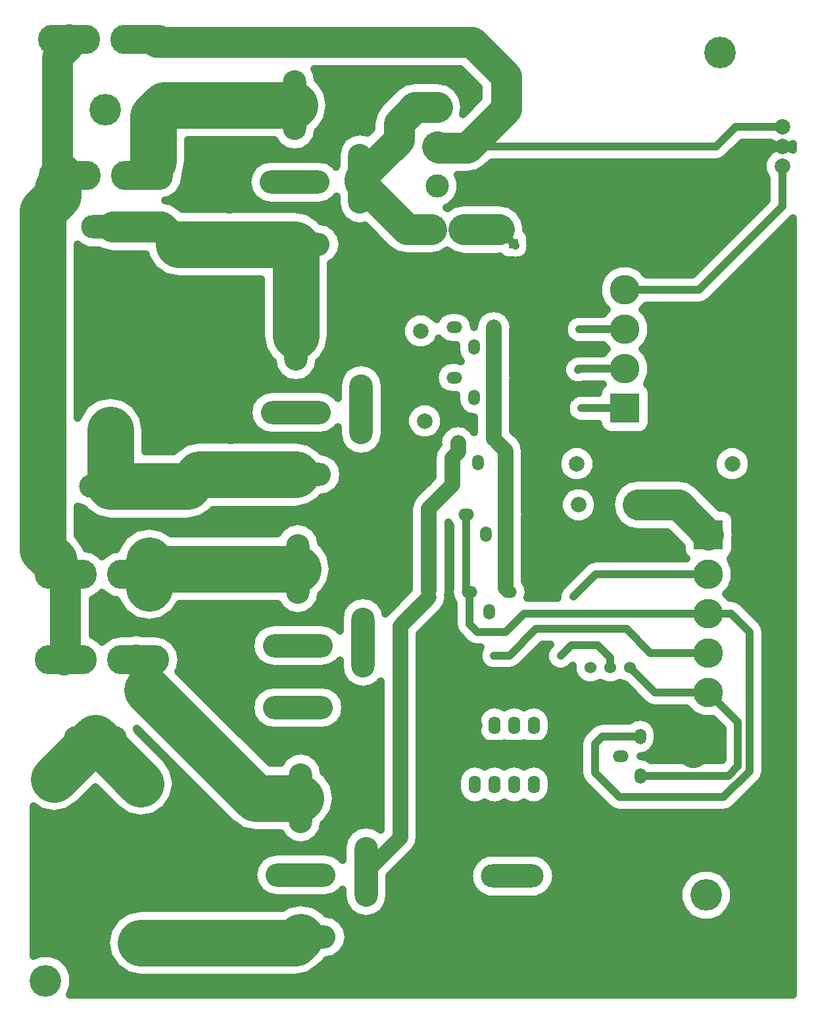
<source format=gbr>
G04 #@! TF.FileFunction,Copper,L2,Bot,Signal*
%FSLAX46Y46*%
G04 Gerber Fmt 4.6, Leading zero omitted, Abs format (unit mm)*
G04 Created by KiCad (PCBNEW 4.0.6) date Wednesday, 01 September 2021 'PMt' 15:27:45*
%MOMM*%
%LPD*%
G01*
G04 APERTURE LIST*
%ADD10C,0.100000*%
%ADD11O,8.000000X3.800000*%
%ADD12C,4.064000*%
%ADD13C,1.300000*%
%ADD14R,1.300000X1.300000*%
%ADD15C,1.998980*%
%ADD16O,1.501140X1.998980*%
%ADD17O,1.998980X1.501140*%
%ADD18O,1.600000X2.300000*%
%ADD19O,8.000000X3.000000*%
%ADD20C,3.000000*%
%ADD21C,3.540760*%
%ADD22R,3.540760X3.540760*%
%ADD23O,3.000000X9.000000*%
%ADD24O,9.000000X3.000000*%
%ADD25C,3.810000*%
%ADD26R,3.810000X3.810000*%
%ADD27C,2.000000*%
%ADD28C,1.524000*%
%ADD29C,1.000000*%
%ADD30C,1.000000*%
%ADD31C,2.000000*%
%ADD32C,4.000000*%
%ADD33C,6.000000*%
G04 APERTURE END LIST*
D10*
D11*
X15025000Y44550000D03*
X5725000Y44550000D03*
X15050000Y55550000D03*
X5750000Y55550000D03*
X15475000Y124475000D03*
X6175000Y124475000D03*
X15550000Y107000000D03*
X6250000Y107000000D03*
D12*
X89950000Y122825000D03*
X88175000Y14250000D03*
X3125000Y3200000D03*
D13*
X63350000Y94700000D03*
D14*
X63350000Y98200000D03*
D15*
X71750000Y64525000D03*
X79370000Y64525000D03*
D16*
X59785000Y60760000D03*
D17*
X62325000Y63300000D03*
X57245000Y63300000D03*
D16*
X58260000Y84860000D03*
D17*
X60800000Y87400000D03*
X55720000Y87400000D03*
D16*
X58760000Y70010000D03*
D17*
X61300000Y72550000D03*
X56220000Y72550000D03*
D16*
X58260000Y78385000D03*
D17*
X60800000Y80925000D03*
X55720000Y80925000D03*
X77135000Y32165000D03*
D16*
X79675000Y29625000D03*
X79675000Y34705000D03*
X60235000Y50785000D03*
D17*
X62775000Y53325000D03*
X57695000Y53325000D03*
D15*
X71525000Y69825000D03*
X91525000Y69825000D03*
D18*
X66000000Y36125000D03*
X63460000Y36125000D03*
X60920000Y36125000D03*
X58380000Y36125000D03*
X58380000Y28505000D03*
X60920000Y28505000D03*
X63460000Y28505000D03*
X66000000Y28505000D03*
D15*
X56925000Y92400000D03*
X56925000Y100020000D03*
X51925000Y67725000D03*
X51925000Y75345000D03*
X52450000Y45875000D03*
X52450000Y53495000D03*
X51400000Y79300000D03*
X51400000Y86920000D03*
X52750000Y92450000D03*
X52750000Y100070000D03*
D19*
X11750000Y100350000D03*
D20*
X9210000Y100350000D03*
X14290000Y100350000D03*
D21*
X11702540Y74480000D03*
D22*
X11702540Y94800000D03*
D21*
X15397460Y28420000D03*
D22*
X15397460Y8100000D03*
D21*
X4197460Y28720000D03*
D22*
X4197460Y8400000D03*
D23*
X43600000Y106525000D03*
X26800000Y106525000D03*
X35200000Y116025000D03*
D24*
X35200000Y106125000D03*
X35200000Y98125000D03*
D23*
X43750000Y76825000D03*
X26950000Y76825000D03*
X35350000Y86325000D03*
D24*
X35350000Y76425000D03*
X35350000Y68425000D03*
D23*
X44375000Y17250000D03*
X27575000Y17250000D03*
X35975000Y26750000D03*
D24*
X35975000Y16850000D03*
X35975000Y8850000D03*
D23*
X44000000Y46800000D03*
X27200000Y46800000D03*
X35600000Y56300000D03*
D24*
X35600000Y46400000D03*
X35600000Y38400000D03*
D25*
X77700000Y82070000D03*
X77700000Y87150000D03*
D26*
X77700000Y76990000D03*
D25*
X77700000Y92230000D03*
X77700000Y97310000D03*
X88450000Y55595000D03*
X88450000Y50515000D03*
D26*
X88450000Y60675000D03*
D25*
X88450000Y45435000D03*
X88450000Y40355000D03*
X88450000Y35275000D03*
D19*
X11450000Y66900000D03*
D20*
X13990000Y66900000D03*
X8910000Y66900000D03*
D19*
X9500000Y34500000D03*
D20*
X12040000Y34500000D03*
X6960000Y34500000D03*
D27*
X97985000Y110675000D03*
X97985000Y113215000D03*
X97985000Y108135000D03*
D20*
X53535000Y110675000D03*
X53535000Y115755000D03*
X53535000Y105595000D03*
D28*
X75835000Y43525000D03*
X73295000Y43525000D03*
X78375000Y43525000D03*
D12*
X10825000Y115475000D03*
D19*
X63225000Y16700000D03*
D20*
X60685000Y16700000D03*
X65765000Y16700000D03*
D29*
X86500000Y32625002D03*
X71450000Y39700000D03*
X60850000Y45125000D03*
X72125000Y76975000D03*
X71675000Y81950000D03*
X71075000Y52675000D03*
X15400000Y124375000D03*
X71850000Y87150000D03*
X69450000Y45050000D03*
D30*
X97985000Y110675000D02*
X95125000Y110675000D01*
X81760000Y97310000D02*
X77700000Y97310000D01*
X95125000Y110675000D02*
X81760000Y97310000D01*
D31*
X52450000Y45875000D02*
X52450000Y42055000D01*
X52450000Y42055000D02*
X58380000Y36125000D01*
D32*
X88450000Y35275000D02*
X88450000Y34575002D01*
X88450000Y34575002D02*
X86500000Y32625002D01*
D30*
X51400000Y79300000D02*
X51050000Y79300000D01*
X51050000Y79300000D02*
X48100000Y76350000D01*
X48100000Y71550000D02*
X51925000Y67725000D01*
X48100000Y76350000D02*
X48100000Y71550000D01*
X26950000Y106375000D02*
X26800000Y106525000D01*
X27200000Y17625000D02*
X27575000Y17250000D01*
X51400000Y79300000D02*
X50400000Y79300000D01*
X52750000Y92450000D02*
X50675000Y92450000D01*
X50125000Y79300000D02*
X51400000Y79300000D01*
X48800000Y80625000D02*
X48812500Y80612500D01*
X48812500Y80612500D02*
X50125000Y79300000D01*
X48800000Y90575000D02*
X48800000Y80625000D01*
X50675000Y92450000D02*
X48800000Y90575000D01*
X63350000Y94700000D02*
X71575000Y94700000D01*
X74185000Y97310000D02*
X77700000Y97310000D01*
X71575000Y94700000D02*
X74185000Y97310000D01*
X56925000Y92400000D02*
X61050000Y92400000D01*
X61050000Y92400000D02*
X63350000Y94700000D01*
X52750000Y92450000D02*
X56875000Y92450000D01*
X56875000Y92450000D02*
X56925000Y92400000D01*
X88450000Y35275000D02*
X87279998Y35275000D01*
X87279998Y35275000D02*
X84704998Y37850000D01*
X84704998Y37850000D02*
X73300000Y37850000D01*
X73300000Y37850000D02*
X71450000Y39700000D01*
X58380000Y34395000D02*
X58380000Y36125000D01*
X59025000Y33750000D02*
X58380000Y34395000D01*
X69200000Y33750000D02*
X59025000Y33750000D01*
X71700000Y36250000D02*
X69200000Y33750000D01*
X71700000Y39450000D02*
X71700000Y36250000D01*
X71450000Y39700000D02*
X71700000Y39450000D01*
X88450000Y45435000D02*
X80990000Y45435000D01*
X62850000Y45125000D02*
X60850000Y45125000D01*
X66250000Y48525000D02*
X62850000Y45125000D01*
X77900000Y48525000D02*
X66250000Y48525000D01*
X80990000Y45435000D02*
X77900000Y48525000D01*
D32*
X43600000Y106525000D02*
X43600000Y106100000D01*
X43600000Y106100000D02*
X49630000Y100070000D01*
X49630000Y100070000D02*
X52750000Y100070000D01*
X53535000Y115755000D02*
X50680000Y115755000D01*
X48625000Y111550000D02*
X43600000Y106525000D01*
X48625000Y113700000D02*
X48625000Y111550000D01*
X50680000Y115755000D02*
X48625000Y113700000D01*
D30*
X79675000Y29625000D02*
X91050000Y29625000D01*
X92275000Y36530000D02*
X88450000Y40355000D01*
X92275000Y30850000D02*
X92275000Y36530000D01*
X91050000Y29625000D02*
X92275000Y30850000D01*
D31*
X62325000Y63300000D02*
X62325000Y71525000D01*
X62325000Y71525000D02*
X61300000Y72550000D01*
X60800000Y80925000D02*
X60800000Y73050000D01*
D30*
X60800000Y73050000D02*
X61300000Y72550000D01*
D31*
X60800000Y87400000D02*
X60800000Y80925000D01*
D32*
X56925000Y100020000D02*
X61530000Y100020000D01*
D30*
X61530000Y100020000D02*
X63600000Y97950000D01*
X63600000Y97950000D02*
X63350000Y98200000D01*
X56875000Y100070000D02*
X56925000Y100020000D01*
X88450000Y40355000D02*
X81545000Y40355000D01*
X81545000Y40355000D02*
X78375000Y43525000D01*
D31*
X62325000Y63300000D02*
X62325000Y53775000D01*
D30*
X62325000Y53775000D02*
X62775000Y53325000D01*
D32*
X79370000Y64525000D02*
X84600000Y64525000D01*
X84600000Y64525000D02*
X88450000Y60675000D01*
D31*
X56220000Y72550000D02*
X56220000Y71295000D01*
X52450000Y64050000D02*
X52450000Y53495000D01*
X55475000Y67075000D02*
X52450000Y64050000D01*
X55475000Y70550000D02*
X55475000Y67075000D01*
X56220000Y71295000D02*
X55475000Y70550000D01*
D30*
X52450000Y53495000D02*
X52450000Y52600000D01*
D31*
X52450000Y52600000D02*
X48775000Y48925000D01*
X48775000Y21650000D02*
X44375000Y17250000D01*
X48775000Y48925000D02*
X48775000Y21650000D01*
D30*
X72125000Y76975000D02*
X72140000Y76990000D01*
X72140000Y76990000D02*
X77700000Y76990000D01*
X77700000Y92230000D02*
X87255000Y92230000D01*
X97985000Y102960000D02*
X97985000Y108135000D01*
X87255000Y92230000D02*
X97985000Y102960000D01*
X71795000Y82070000D02*
X77700000Y82070000D01*
X71675000Y81950000D02*
X71795000Y82070000D01*
X90150000Y26875000D02*
X90421324Y26875000D01*
X90421324Y26875000D02*
X93775002Y30228678D01*
X91435000Y50515000D02*
X88450000Y50515000D01*
X93775002Y48174998D02*
X91435000Y50515000D01*
X93775002Y30228678D02*
X93775002Y48174998D01*
X79675000Y34705000D02*
X74805000Y34705000D01*
X77000000Y26875000D02*
X90150000Y26875000D01*
X73875000Y30000000D02*
X77000000Y26875000D01*
X73875000Y33775000D02*
X73875000Y30000000D01*
X74805000Y34705000D02*
X73875000Y33775000D01*
X88450000Y50515000D02*
X64715000Y50515000D01*
X57695000Y49180000D02*
X57695000Y53325000D01*
X58725000Y48150000D02*
X57695000Y49180000D01*
X62350000Y48150000D02*
X58725000Y48150000D01*
X64715000Y50515000D02*
X62350000Y48150000D01*
X57245000Y63300000D02*
X57245000Y53775000D01*
X57245000Y53775000D02*
X57695000Y53325000D01*
X88450000Y55595000D02*
X73995000Y55595000D01*
X73995000Y55595000D02*
X71075000Y52675000D01*
D33*
X11450000Y66900000D02*
X11450000Y74227460D01*
D30*
X11450000Y74227460D02*
X11702540Y74480000D01*
D33*
X11450000Y66900000D02*
X21400000Y66900000D01*
X22925000Y68425000D02*
X35350000Y68425000D01*
D30*
X21400000Y66900000D02*
X22925000Y68425000D01*
X4197460Y28720000D02*
X4197460Y29197460D01*
D33*
X4197460Y29197460D02*
X9500000Y34500000D01*
D30*
X15397460Y28420000D02*
X15397460Y28602540D01*
D33*
X15397460Y28602540D02*
X9500000Y34500000D01*
X15397460Y8100000D02*
X35225000Y8100000D01*
X35225000Y8100000D02*
X35975000Y8850000D01*
D30*
X53535000Y110675000D02*
X89425000Y110675000D01*
X91965000Y113215000D02*
X97985000Y113215000D01*
X89425000Y110675000D02*
X91965000Y113215000D01*
D32*
X55085000Y110525000D02*
X53685000Y110525000D01*
X53685000Y110525000D02*
X53535000Y110675000D01*
X55085000Y110525000D02*
X57450000Y110525000D01*
X58000000Y124200000D02*
X17400000Y124200000D01*
X62425000Y119775000D02*
X58000000Y124200000D01*
X62425000Y115500000D02*
X62425000Y119775000D01*
X57450000Y110525000D02*
X62425000Y115500000D01*
D30*
X58125000Y110525000D02*
X55085000Y110525000D01*
D32*
X5650000Y55600000D02*
X5650000Y44800000D01*
X5650000Y44800000D02*
X5450000Y44600000D01*
X6175000Y124475000D02*
X6175000Y123825000D01*
X6175000Y123825000D02*
X4575000Y122225000D01*
X4575000Y122225000D02*
X4575000Y108675000D01*
X4575000Y108675000D02*
X6250000Y107000000D01*
D33*
X4700000Y105375000D02*
X4700000Y104350000D01*
X4700000Y104350000D02*
X2750000Y102400000D01*
X2750000Y102400000D02*
X2750000Y58750000D01*
X2750000Y58750000D02*
X4150000Y57350000D01*
D30*
X4700000Y57900000D02*
X4150000Y57350000D01*
D33*
X26600000Y116025000D02*
X18400000Y116025000D01*
X35200000Y116025000D02*
X26600000Y116025000D01*
X17000000Y114625000D02*
X17000000Y108875000D01*
X18400000Y116025000D02*
X17000000Y114625000D01*
X16450000Y53850000D02*
X16450000Y57350000D01*
X35600000Y56300000D02*
X18900000Y56300000D01*
D30*
X18900000Y56300000D02*
X16450000Y53850000D01*
D32*
X16250000Y43100000D02*
X16250000Y40650000D01*
D33*
X30150000Y26750000D02*
X16250000Y40650000D01*
X30150000Y26750000D02*
X35975000Y26750000D01*
D32*
X16250000Y43100000D02*
X14750000Y44600000D01*
X11750000Y100350000D02*
X18025000Y100350000D01*
X18025000Y100350000D02*
X20250000Y98125000D01*
D33*
X35200000Y98125000D02*
X20250000Y98125000D01*
D30*
X20250000Y98125000D02*
X18025000Y100350000D01*
D33*
X35350000Y86325000D02*
X35350000Y97975000D01*
D30*
X35350000Y97975000D02*
X35200000Y98125000D01*
X71850000Y87150000D02*
X77700000Y87150000D01*
X75835000Y44840000D02*
X75835000Y43525000D01*
X74225000Y46450000D02*
X75835000Y44840000D01*
X70850000Y46450000D02*
X74225000Y46450000D01*
X69450000Y45050000D02*
X70850000Y46450000D01*
G36*
X58925000Y118325252D02*
X58925000Y116949747D01*
X56862367Y114887114D01*
X57035000Y115755000D01*
X56768578Y117094392D01*
X56009874Y118229874D01*
X54874392Y118988578D01*
X53535000Y119255000D01*
X50680000Y119255000D01*
X49340608Y118988578D01*
X48205126Y118229874D01*
X46150126Y116174874D01*
X45391422Y115039392D01*
X45125000Y113700000D01*
X45125000Y112999748D01*
X44574049Y112448797D01*
X43600000Y112642547D01*
X42451950Y112414186D01*
X41478680Y111763867D01*
X40828361Y110790597D01*
X40600000Y109642547D01*
X40600000Y108213967D01*
X40530243Y108109567D01*
X40438867Y108246320D01*
X39465597Y108896639D01*
X38317547Y109125000D01*
X32082453Y109125000D01*
X30934403Y108896639D01*
X29961133Y108246320D01*
X29310814Y107273050D01*
X29082453Y106125000D01*
X29310814Y104976950D01*
X29961133Y104003680D01*
X30934403Y103353361D01*
X32082453Y103125000D01*
X38317547Y103125000D01*
X39465597Y103353361D01*
X40438867Y104003680D01*
X40600000Y104244832D01*
X40600000Y103407453D01*
X40828361Y102259403D01*
X41478680Y101286133D01*
X42451950Y100635814D01*
X43600000Y100407453D01*
X44219561Y100530691D01*
X47155126Y97595126D01*
X48290608Y96836422D01*
X49630000Y96569999D01*
X49630005Y96570000D01*
X52750000Y96570000D01*
X54089392Y96836422D01*
X54800085Y97311291D01*
X55585608Y96786422D01*
X56925000Y96520000D01*
X61530000Y96520000D01*
X61574596Y96528871D01*
X61603724Y96483604D01*
X62104983Y96141108D01*
X62700000Y96020614D01*
X63244997Y96020614D01*
X63600000Y95949999D01*
X63955003Y96020614D01*
X64000000Y96020614D01*
X64555867Y96125207D01*
X65066396Y96453724D01*
X65408892Y96954983D01*
X65529386Y97550000D01*
X65529386Y97594997D01*
X65600001Y97950000D01*
X65529386Y98305003D01*
X65529386Y98850000D01*
X65424793Y99405867D01*
X65096276Y99916396D01*
X65019788Y99968658D01*
X65030000Y100020000D01*
X64763578Y101359392D01*
X64004874Y102494874D01*
X62869392Y103253578D01*
X61530000Y103520000D01*
X56925000Y103520000D01*
X55585608Y103253578D01*
X54874915Y102778709D01*
X54760312Y102855284D01*
X55232143Y103050241D01*
X56076793Y103893418D01*
X56534478Y104995645D01*
X56535519Y106189119D01*
X56190140Y107025000D01*
X57450000Y107025000D01*
X58789392Y107291422D01*
X59924874Y108050126D01*
X60549748Y108675000D01*
X89424995Y108675000D01*
X89425000Y108674999D01*
X90190367Y108827241D01*
X90839214Y109260786D01*
X92793427Y111215000D01*
X96449060Y111215000D01*
X96567015Y111096839D01*
X97485538Y110715435D01*
X98480099Y110714567D01*
X99350000Y111074002D01*
X99350000Y110275162D01*
X98484462Y110634565D01*
X97489901Y110635433D01*
X96570714Y110255633D01*
X95866839Y109552985D01*
X95485435Y108634462D01*
X95484567Y107639901D01*
X95864367Y106720714D01*
X95985000Y106599870D01*
X95985000Y103788427D01*
X86426572Y94230000D01*
X80514689Y94230000D01*
X79631296Y95114935D01*
X78380268Y95634408D01*
X77025675Y95635590D01*
X75773742Y95118302D01*
X74815065Y94161296D01*
X74295592Y92910268D01*
X74294410Y91555675D01*
X74811698Y90303742D01*
X75424601Y89689769D01*
X74883889Y89150000D01*
X71850599Y89150000D01*
X71453921Y89150346D01*
X70718571Y88846506D01*
X70155471Y88284388D01*
X69850348Y87549570D01*
X69849654Y86753921D01*
X70153494Y86018571D01*
X70715612Y85455471D01*
X71450430Y85150348D01*
X72246079Y85149654D01*
X72246916Y85150000D01*
X74885311Y85150000D01*
X75424601Y84609769D01*
X74883889Y84070000D01*
X71795005Y84070000D01*
X71795000Y84070001D01*
X71193459Y83950346D01*
X71029633Y83917759D01*
X70753475Y83733236D01*
X70543571Y83646506D01*
X70381420Y83484637D01*
X70380786Y83484214D01*
X70380784Y83484211D01*
X70260875Y83364303D01*
X69980471Y83084388D01*
X69675348Y82349570D01*
X69674654Y81553921D01*
X69978494Y80818571D01*
X70540612Y80255471D01*
X71275430Y79950348D01*
X71674998Y79949999D01*
X71675002Y79949999D01*
X72071079Y79949654D01*
X72362339Y80070000D01*
X74850944Y80070000D01*
X74728604Y79991276D01*
X74386108Y79490017D01*
X74284852Y78990000D01*
X72140000Y78990000D01*
X72064856Y78975053D01*
X71728921Y78975346D01*
X71415709Y78845929D01*
X71374633Y78837759D01*
X71340115Y78814695D01*
X70993571Y78671506D01*
X70725865Y78404267D01*
X70725786Y78404214D01*
X70725784Y78404211D01*
X70710878Y78389306D01*
X70430471Y78109388D01*
X70125348Y77374570D01*
X70124654Y76578921D01*
X70428494Y75843571D01*
X70990612Y75280471D01*
X71725430Y74975348D01*
X72124998Y74974999D01*
X72125002Y74974999D01*
X72521079Y74974654D01*
X72558219Y74990000D01*
X74283489Y74990000D01*
X74370207Y74529133D01*
X74698724Y74018604D01*
X75199983Y73676108D01*
X75795000Y73555614D01*
X79605000Y73555614D01*
X80160867Y73660207D01*
X80671396Y73988724D01*
X81013892Y74489983D01*
X81134386Y75085000D01*
X81134386Y78895000D01*
X81029793Y79450867D01*
X80701276Y79961396D01*
X80526764Y80080635D01*
X80584935Y80138704D01*
X81104408Y81389732D01*
X81105590Y82744325D01*
X80588302Y83996258D01*
X79975399Y84610231D01*
X80584935Y85218704D01*
X81104408Y86469732D01*
X81105590Y87824325D01*
X80588302Y89076258D01*
X79975399Y89690231D01*
X80516111Y90230000D01*
X87254995Y90230000D01*
X87255000Y90229999D01*
X88020367Y90382241D01*
X88669214Y90815786D01*
X99350000Y101496573D01*
X99350000Y1400000D01*
X6201968Y1400000D01*
X6656386Y2494360D01*
X6657612Y3899476D01*
X6121030Y5198104D01*
X5128330Y6192538D01*
X3830640Y6731386D01*
X2425524Y6732612D01*
X1550000Y6370853D01*
X1550000Y8100000D01*
X10897460Y8100000D01*
X11240002Y6377925D01*
X12215479Y4918019D01*
X13675385Y3942542D01*
X15397460Y3600000D01*
X35224995Y3600000D01*
X35225000Y3599999D01*
X36947076Y3942542D01*
X38406981Y4918019D01*
X39156980Y5668019D01*
X39307091Y5892675D01*
X40240597Y6078361D01*
X41213867Y6728680D01*
X41864186Y7701950D01*
X42092547Y8850000D01*
X41864186Y9998050D01*
X41213867Y10971320D01*
X40240597Y11621639D01*
X39307090Y11807325D01*
X39156980Y12031980D01*
X37697076Y13007458D01*
X35975000Y13350001D01*
X34252924Y13007458D01*
X33643120Y12600000D01*
X15397460Y12600000D01*
X13675385Y12257458D01*
X12215479Y11281981D01*
X11240002Y9822075D01*
X10897460Y8100000D01*
X1550000Y8100000D01*
X1550000Y25658324D01*
X2475384Y25040002D01*
X4197460Y24697459D01*
X5919536Y25040002D01*
X7379441Y26015479D01*
X9500000Y28136038D01*
X12215480Y25420559D01*
X13675384Y24445082D01*
X15397460Y24102539D01*
X17119536Y24445082D01*
X18579441Y25420559D01*
X19554918Y26880464D01*
X19897461Y28602540D01*
X19554918Y30324616D01*
X18579441Y31784520D01*
X14919982Y35443980D01*
X14879390Y35648050D01*
X14862076Y35673962D01*
X26968017Y23568022D01*
X26968019Y23568019D01*
X27609814Y23139186D01*
X28427925Y22592542D01*
X30150000Y22249999D01*
X30150005Y22250000D01*
X33359984Y22250000D01*
X33853680Y21511133D01*
X34826950Y20860814D01*
X35975000Y20632453D01*
X37123050Y20860814D01*
X38096320Y21511133D01*
X38746639Y22484403D01*
X38932325Y23417908D01*
X39156981Y23568019D01*
X40132458Y25027925D01*
X40475000Y26750000D01*
X40132458Y28472075D01*
X39156981Y29931981D01*
X38932325Y30082092D01*
X38746639Y31015597D01*
X38096320Y31988867D01*
X37123050Y32639186D01*
X35975000Y32867547D01*
X34826950Y32639186D01*
X33853680Y31988867D01*
X33359984Y31250000D01*
X32013961Y31250000D01*
X24863962Y38400000D01*
X29482453Y38400000D01*
X29710814Y37251950D01*
X30361133Y36278680D01*
X31334403Y35628361D01*
X32482453Y35400000D01*
X38717547Y35400000D01*
X39865597Y35628361D01*
X40838867Y36278680D01*
X41489186Y37251950D01*
X41717547Y38400000D01*
X41489186Y39548050D01*
X40838867Y40521320D01*
X39865597Y41171639D01*
X38717547Y41400000D01*
X32482453Y41400000D01*
X31334403Y41171639D01*
X30361133Y40521320D01*
X29710814Y39548050D01*
X29482453Y38400000D01*
X24863962Y38400000D01*
X20230204Y43033758D01*
X20373941Y43248876D01*
X20632751Y44550000D01*
X20373941Y45851124D01*
X20007194Y46400000D01*
X29482453Y46400000D01*
X29710814Y45251950D01*
X30361133Y44278680D01*
X31334403Y43628361D01*
X32482453Y43400000D01*
X38717547Y43400000D01*
X39865597Y43628361D01*
X40838867Y44278680D01*
X41000000Y44519832D01*
X41000000Y43682453D01*
X41228361Y42534403D01*
X41878680Y41561133D01*
X42851950Y40910814D01*
X44000000Y40682453D01*
X45148050Y40910814D01*
X46121320Y41561133D01*
X46275000Y41791131D01*
X46275000Y22685534D01*
X46245755Y22656289D01*
X45523050Y23139186D01*
X44375000Y23367547D01*
X43226950Y23139186D01*
X42253680Y22488867D01*
X41603361Y21515597D01*
X41375000Y20367547D01*
X41375000Y18730168D01*
X41213867Y18971320D01*
X40240597Y19621639D01*
X39092547Y19850000D01*
X32857453Y19850000D01*
X31709403Y19621639D01*
X30736133Y18971320D01*
X30085814Y17998050D01*
X29857453Y16850000D01*
X30085814Y15701950D01*
X30736133Y14728680D01*
X31709403Y14078361D01*
X32857453Y13850000D01*
X39092547Y13850000D01*
X40240597Y14078361D01*
X41213867Y14728680D01*
X41375000Y14969832D01*
X41375000Y14132453D01*
X41603361Y12984403D01*
X42253680Y12011133D01*
X43226950Y11360814D01*
X44375000Y11132453D01*
X45523050Y11360814D01*
X46496320Y12011133D01*
X47146639Y12984403D01*
X47259247Y13550524D01*
X84642388Y13550524D01*
X85178970Y12251896D01*
X86171670Y11257462D01*
X87469360Y10718614D01*
X88874476Y10717388D01*
X90173104Y11253970D01*
X91167538Y12246670D01*
X91706386Y13544360D01*
X91707612Y14949476D01*
X91171030Y16248104D01*
X90178330Y17242538D01*
X88880640Y17781386D01*
X87475524Y17782612D01*
X86176896Y17246030D01*
X85182462Y16253330D01*
X84643614Y14955640D01*
X84642388Y13550524D01*
X47259247Y13550524D01*
X47375000Y14132453D01*
X47375000Y16700000D01*
X57617249Y16700000D01*
X57684703Y16360883D01*
X57684481Y16105881D01*
X57782718Y15868129D01*
X57845610Y15551950D01*
X58023146Y15286249D01*
X58140241Y15002857D01*
X58358783Y14783933D01*
X58495929Y14578680D01*
X58699389Y14442732D01*
X58983418Y14158207D01*
X59357980Y14002675D01*
X59469199Y13928361D01*
X59599244Y13902493D01*
X60085645Y13700522D01*
X60616955Y13700059D01*
X60617249Y13700000D01*
X60684102Y13700000D01*
X61279119Y13699481D01*
X61280375Y13700000D01*
X65764102Y13700000D01*
X66359119Y13699481D01*
X66850160Y13902375D01*
X66980801Y13928361D01*
X67090585Y14001716D01*
X67462143Y14155241D01*
X67749176Y14441773D01*
X67954071Y14578680D01*
X68089782Y14781785D01*
X68306793Y14998418D01*
X68425419Y15284102D01*
X68604390Y15551950D01*
X68666687Y15865138D01*
X68764478Y16100645D01*
X68764702Y16357896D01*
X68832751Y16700000D01*
X68765297Y17039117D01*
X68765519Y17294119D01*
X68667282Y17531871D01*
X68604390Y17848050D01*
X68426854Y18113751D01*
X68309759Y18397143D01*
X68091217Y18616067D01*
X67954071Y18821320D01*
X67750611Y18957268D01*
X67466582Y19241793D01*
X67092020Y19397325D01*
X66980801Y19471639D01*
X66850756Y19497507D01*
X66364355Y19699478D01*
X65833045Y19699941D01*
X65832751Y19700000D01*
X65765898Y19700000D01*
X65170881Y19700519D01*
X65169625Y19700000D01*
X60685898Y19700000D01*
X60090881Y19700519D01*
X59599840Y19497625D01*
X59469199Y19471639D01*
X59359415Y19398284D01*
X58987857Y19244759D01*
X58700824Y18958227D01*
X58495929Y18821320D01*
X58360218Y18618215D01*
X58143207Y18401582D01*
X58024581Y18115898D01*
X57845610Y17848050D01*
X57783313Y17534862D01*
X57685522Y17299355D01*
X57685298Y17042104D01*
X57617249Y16700000D01*
X47375000Y16700000D01*
X47375000Y16714466D01*
X50542767Y19882233D01*
X51084699Y20693291D01*
X51275000Y21650000D01*
X51275000Y28906917D01*
X56080000Y28906917D01*
X56080000Y28103083D01*
X56255077Y27222911D01*
X56753654Y26476737D01*
X57499828Y25978160D01*
X58380000Y25803083D01*
X59260172Y25978160D01*
X59650000Y26238634D01*
X60039828Y25978160D01*
X60920000Y25803083D01*
X61800172Y25978160D01*
X62190000Y26238634D01*
X62579828Y25978160D01*
X63460000Y25803083D01*
X64340172Y25978160D01*
X64730000Y26238634D01*
X65119828Y25978160D01*
X66000000Y25803083D01*
X66880172Y25978160D01*
X67626346Y26476737D01*
X68124923Y27222911D01*
X68300000Y28103083D01*
X68300000Y28906917D01*
X68124923Y29787089D01*
X67626346Y30533263D01*
X66880172Y31031840D01*
X66000000Y31206917D01*
X65119828Y31031840D01*
X64730000Y30771366D01*
X64340172Y31031840D01*
X63460000Y31206917D01*
X62579828Y31031840D01*
X62190000Y30771366D01*
X61800172Y31031840D01*
X60920000Y31206917D01*
X60039828Y31031840D01*
X59650000Y30771366D01*
X59260172Y31031840D01*
X58380000Y31206917D01*
X57499828Y31031840D01*
X56753654Y30533263D01*
X56255077Y29787089D01*
X56080000Y28906917D01*
X51275000Y28906917D01*
X51275000Y36526917D01*
X58620000Y36526917D01*
X58620000Y35723083D01*
X58795077Y34842911D01*
X59293654Y34096737D01*
X60039828Y33598160D01*
X60920000Y33423083D01*
X61800172Y33598160D01*
X62190000Y33858634D01*
X62579828Y33598160D01*
X63460000Y33423083D01*
X64340172Y33598160D01*
X64730000Y33858634D01*
X65119828Y33598160D01*
X66000000Y33423083D01*
X66880172Y33598160D01*
X67626346Y34096737D01*
X68124923Y34842911D01*
X68300000Y35723083D01*
X68300000Y36526917D01*
X68124923Y37407089D01*
X67626346Y38153263D01*
X66880172Y38651840D01*
X66000000Y38826917D01*
X65119828Y38651840D01*
X64730000Y38391366D01*
X64340172Y38651840D01*
X63460000Y38826917D01*
X62579828Y38651840D01*
X62190000Y38391366D01*
X61800172Y38651840D01*
X60920000Y38826917D01*
X60039828Y38651840D01*
X59293654Y38153263D01*
X58795077Y37407089D01*
X58620000Y36526917D01*
X51275000Y36526917D01*
X51275000Y47889466D01*
X54217767Y50832233D01*
X54759699Y51643292D01*
X54950000Y52600000D01*
X54896485Y52869037D01*
X54949055Y52995639D01*
X54949489Y53492429D01*
X54950000Y53495000D01*
X54950000Y62315807D01*
X55245000Y61874309D01*
X55245000Y53819983D01*
X55146542Y53325000D01*
X55317856Y52463744D01*
X55695000Y51899309D01*
X55695000Y49180005D01*
X55694999Y49180000D01*
X55847241Y48414633D01*
X56280786Y47765786D01*
X57310786Y46735786D01*
X57959633Y46302241D01*
X58725000Y46149999D01*
X58725005Y46150000D01*
X59110049Y46150000D01*
X58850348Y45524570D01*
X58849654Y44728921D01*
X59153494Y43993571D01*
X59715612Y43430471D01*
X60450430Y43125348D01*
X61246079Y43124654D01*
X61246916Y43125000D01*
X62849995Y43125000D01*
X62850000Y43124999D01*
X63615367Y43277241D01*
X64264214Y43710786D01*
X67078427Y46525000D01*
X68096572Y46525000D01*
X68035874Y46464302D01*
X67755471Y46184388D01*
X67450348Y45449570D01*
X67449654Y44653921D01*
X67753494Y43918571D01*
X68315612Y43355471D01*
X69050430Y43050348D01*
X69449998Y43049999D01*
X69450002Y43049999D01*
X69846079Y43049654D01*
X70581429Y43353494D01*
X71033243Y43804520D01*
X71032608Y43077034D01*
X71376252Y42245354D01*
X72012007Y41608488D01*
X72843086Y41263394D01*
X73742966Y41262608D01*
X74565998Y41602679D01*
X75383086Y41263394D01*
X76282966Y41262608D01*
X77105998Y41602679D01*
X77726583Y41344989D01*
X80130786Y38940786D01*
X80779633Y38507241D01*
X81545000Y38354999D01*
X81545005Y38355000D01*
X85635311Y38355000D01*
X86518704Y37470065D01*
X87769732Y36950592D01*
X89027078Y36949495D01*
X90275000Y35701573D01*
X90275000Y31678427D01*
X90221572Y31625000D01*
X81100691Y31625000D01*
X80536256Y32002144D01*
X79717521Y32165000D01*
X80536256Y32327856D01*
X81266393Y32815719D01*
X81754256Y33545856D01*
X81925570Y34407112D01*
X81925570Y35002888D01*
X81754256Y35864144D01*
X81266393Y36594281D01*
X80536256Y37082144D01*
X79675000Y37253458D01*
X78813744Y37082144D01*
X78249309Y36705000D01*
X74805005Y36705000D01*
X74805000Y36705001D01*
X74166616Y36578018D01*
X74039633Y36552759D01*
X73390786Y36119214D01*
X73390784Y36119211D01*
X72460786Y35189214D01*
X72027241Y34540367D01*
X71874999Y33775000D01*
X71875000Y33774995D01*
X71875000Y30000005D01*
X71874999Y30000000D01*
X72027241Y29234633D01*
X72460786Y28585786D01*
X75585784Y25460789D01*
X75585786Y25460786D01*
X76234633Y25027241D01*
X77000000Y24875000D01*
X90421319Y24875000D01*
X90421324Y24874999D01*
X91186691Y25027241D01*
X91835538Y25460786D01*
X95189213Y28814462D01*
X95189216Y28814464D01*
X95622761Y29463311D01*
X95654923Y29625000D01*
X95775003Y30228678D01*
X95775002Y30228683D01*
X95775002Y48174993D01*
X95775003Y48174998D01*
X95622761Y48940364D01*
X95622761Y48940365D01*
X95189216Y49589212D01*
X95189213Y49589214D01*
X92849214Y51929214D01*
X92200367Y52362759D01*
X91435000Y52515001D01*
X91434995Y52515000D01*
X91264689Y52515000D01*
X90725399Y53055231D01*
X91334935Y53663704D01*
X91854408Y54914732D01*
X91855590Y56269325D01*
X91338302Y57521258D01*
X91278130Y57581535D01*
X91421396Y57673724D01*
X91763892Y58174983D01*
X91884386Y58770000D01*
X91884386Y60345137D01*
X91950000Y60675000D01*
X91884386Y61004863D01*
X91884386Y62580000D01*
X91779793Y63135867D01*
X91451276Y63646396D01*
X90950017Y63988892D01*
X90355000Y64109386D01*
X89965362Y64109386D01*
X87074874Y66999874D01*
X85939392Y67758578D01*
X84600000Y68025000D01*
X79370000Y68025000D01*
X78030608Y67758578D01*
X76895126Y66999874D01*
X76136422Y65864392D01*
X75870000Y64525000D01*
X76136422Y63185608D01*
X76895126Y62050126D01*
X78030608Y61291422D01*
X79370000Y61025000D01*
X83150252Y61025000D01*
X85015614Y59159638D01*
X85015614Y58770000D01*
X85120207Y58214133D01*
X85448724Y57703604D01*
X85607671Y57595000D01*
X73995005Y57595000D01*
X73995000Y57595001D01*
X73356616Y57468018D01*
X73229633Y57442759D01*
X72580786Y57009214D01*
X72580784Y57009211D01*
X69660874Y54089302D01*
X69380471Y53809388D01*
X69075348Y53074570D01*
X69074860Y52515000D01*
X65162339Y52515000D01*
X65323458Y53325000D01*
X65152144Y54186256D01*
X64825000Y54675861D01*
X64825000Y63056385D01*
X64873458Y63300000D01*
X64825000Y63543615D01*
X64825000Y64030002D01*
X69250077Y64030002D01*
X69629800Y63111002D01*
X70332304Y62407271D01*
X71250639Y62025945D01*
X72244998Y62025077D01*
X73163998Y62404800D01*
X73867729Y63107304D01*
X74249055Y64025639D01*
X74249923Y65019998D01*
X73870200Y65938998D01*
X73167696Y66642729D01*
X72249361Y67024055D01*
X71255002Y67024923D01*
X70336002Y66645200D01*
X69632271Y65942696D01*
X69250945Y65024361D01*
X69250077Y64030002D01*
X64825000Y64030002D01*
X64825000Y69330002D01*
X69025077Y69330002D01*
X69404800Y68411002D01*
X70107304Y67707271D01*
X71025639Y67325945D01*
X72019998Y67325077D01*
X72938998Y67704800D01*
X73642729Y68407304D01*
X74024055Y69325639D01*
X74024058Y69330002D01*
X89025077Y69330002D01*
X89404800Y68411002D01*
X90107304Y67707271D01*
X91025639Y67325945D01*
X92019998Y67325077D01*
X92938998Y67704800D01*
X93642729Y68407304D01*
X94024055Y69325639D01*
X94024923Y70319998D01*
X93645200Y71238998D01*
X92942696Y71942729D01*
X92024361Y72324055D01*
X91030002Y72324923D01*
X90111002Y71945200D01*
X89407271Y71242696D01*
X89025945Y70324361D01*
X89025077Y69330002D01*
X74024058Y69330002D01*
X74024923Y70319998D01*
X73645200Y71238998D01*
X72942696Y71942729D01*
X72024361Y72324055D01*
X71030002Y72324923D01*
X70111002Y71945200D01*
X69407271Y71242696D01*
X69025945Y70324361D01*
X69025077Y69330002D01*
X64825000Y69330002D01*
X64825000Y71525000D01*
X64634699Y72481709D01*
X64092767Y73292767D01*
X63300000Y74085534D01*
X63300000Y80681385D01*
X63348458Y80925000D01*
X63300000Y81168615D01*
X63300000Y87156385D01*
X63348458Y87400000D01*
X63177144Y88261256D01*
X62689281Y88991393D01*
X62682661Y88995817D01*
X62567767Y89167767D01*
X61756709Y89709699D01*
X60800000Y89900000D01*
X59843291Y89709699D01*
X59032233Y89167767D01*
X58917339Y88995817D01*
X58910719Y88991393D01*
X58422856Y88261256D01*
X58260000Y87442521D01*
X58097144Y88261256D01*
X57609281Y88991393D01*
X56879144Y89479256D01*
X56017888Y89650570D01*
X55422112Y89650570D01*
X54560856Y89479256D01*
X53830719Y88991393D01*
X53443080Y88411252D01*
X52817696Y89037729D01*
X51899361Y89419055D01*
X50905002Y89419923D01*
X49986002Y89040200D01*
X49282271Y88337696D01*
X48900945Y87419361D01*
X48900077Y86425002D01*
X49279800Y85506002D01*
X49982304Y84802271D01*
X50900639Y84420945D01*
X51894998Y84420077D01*
X52813998Y84799800D01*
X53517729Y85502304D01*
X53716129Y85980103D01*
X53830719Y85808607D01*
X54560856Y85320744D01*
X55422112Y85149430D01*
X56009430Y85149430D01*
X56009430Y84562112D01*
X56180744Y83700856D01*
X56610492Y83057694D01*
X56017888Y83175570D01*
X55422112Y83175570D01*
X54560856Y83004256D01*
X53830719Y82516393D01*
X53342856Y81786256D01*
X53171542Y80925000D01*
X53342856Y80063744D01*
X53830719Y79333607D01*
X54560856Y78845744D01*
X55422112Y78674430D01*
X56009430Y78674430D01*
X56009430Y78087112D01*
X56180744Y77225856D01*
X56668607Y76495719D01*
X57398744Y76007856D01*
X58260000Y75836542D01*
X58300000Y75844498D01*
X58300000Y73855962D01*
X58109281Y74141393D01*
X58102661Y74145817D01*
X57987767Y74317767D01*
X57176709Y74859699D01*
X56220000Y75050000D01*
X55263291Y74859699D01*
X54452233Y74317767D01*
X54337339Y74145817D01*
X54330719Y74141393D01*
X53842856Y73411256D01*
X53671542Y72550000D01*
X53715993Y72326527D01*
X53707233Y72317767D01*
X53165301Y71506709D01*
X52975000Y70550000D01*
X52975000Y68110534D01*
X50682233Y65817767D01*
X50140301Y65006709D01*
X49950000Y64050000D01*
X49950000Y53635534D01*
X47007233Y50692767D01*
X46882833Y50506589D01*
X46771639Y51065597D01*
X46121320Y52038867D01*
X45148050Y52689186D01*
X44000000Y52917547D01*
X42851950Y52689186D01*
X41878680Y52038867D01*
X41228361Y51065597D01*
X41000000Y49917547D01*
X41000000Y48280168D01*
X40838867Y48521320D01*
X39865597Y49171639D01*
X38717547Y49400000D01*
X32482453Y49400000D01*
X31334403Y49171639D01*
X30361133Y48521320D01*
X29710814Y47548050D01*
X29482453Y46400000D01*
X20007194Y46400000D01*
X19636914Y46954163D01*
X18533875Y47691190D01*
X17232751Y47950000D01*
X15504100Y47950000D01*
X14750000Y48100000D01*
X13995900Y47950000D01*
X12817249Y47950000D01*
X11516125Y47691190D01*
X10413086Y46954163D01*
X10375000Y46897163D01*
X10336914Y46954163D01*
X9233875Y47691190D01*
X9150000Y47707874D01*
X9150000Y52387153D01*
X9258875Y52408810D01*
X10361914Y53145837D01*
X10400000Y53202837D01*
X10438086Y53145837D01*
X11541125Y52408810D01*
X12265324Y52264758D01*
X12292542Y52127925D01*
X13268019Y50668019D01*
X14727925Y49692542D01*
X16450000Y49350000D01*
X18172075Y49692542D01*
X19631981Y50668019D01*
X20388346Y51800000D01*
X32984984Y51800000D01*
X33478680Y51061133D01*
X34451950Y50410814D01*
X35600000Y50182453D01*
X36748050Y50410814D01*
X37721320Y51061133D01*
X38371639Y52034403D01*
X38557325Y52967908D01*
X38781981Y53118019D01*
X39757458Y54577925D01*
X40100000Y56300000D01*
X39757458Y58022075D01*
X38781981Y59481981D01*
X38557325Y59632092D01*
X38371639Y60565597D01*
X37721320Y61538867D01*
X36748050Y62189186D01*
X35600000Y62417547D01*
X34451950Y62189186D01*
X33478680Y61538867D01*
X32984984Y60800000D01*
X19230862Y60800000D01*
X18172075Y61507458D01*
X16450000Y61850000D01*
X14727925Y61507458D01*
X13268019Y60531981D01*
X12292542Y59072075D01*
X12244614Y58831123D01*
X11541125Y58691190D01*
X10438086Y57954163D01*
X10400000Y57897163D01*
X10361914Y57954163D01*
X9258875Y58691190D01*
X8347147Y58872544D01*
X8307458Y59072076D01*
X7331981Y60531981D01*
X7250000Y60613962D01*
X7250000Y64340941D01*
X7582980Y64202675D01*
X7694199Y64128361D01*
X7824244Y64102493D01*
X8082881Y63995098D01*
X8268019Y63718019D01*
X9727925Y62742542D01*
X11450000Y62400000D01*
X21400000Y62400000D01*
X23122075Y62742542D01*
X24581981Y63718019D01*
X24720281Y63925000D01*
X35350000Y63925000D01*
X37072075Y64267542D01*
X38531981Y65243019D01*
X38682092Y65467675D01*
X39615597Y65653361D01*
X40588867Y66303680D01*
X41239186Y67276950D01*
X41467547Y68425000D01*
X41239186Y69573050D01*
X40588867Y70546320D01*
X39615597Y71196639D01*
X38682092Y71382325D01*
X38531981Y71606981D01*
X37072075Y72582458D01*
X35350000Y72925000D01*
X22925000Y72925000D01*
X21202925Y72582458D01*
X19743019Y71606981D01*
X19604719Y71400000D01*
X15950000Y71400000D01*
X15950000Y74227460D01*
X15607458Y75949535D01*
X15289763Y76425000D01*
X29232453Y76425000D01*
X29460814Y75276950D01*
X30111133Y74303680D01*
X31084403Y73653361D01*
X32232453Y73425000D01*
X38467547Y73425000D01*
X39615597Y73653361D01*
X40588867Y74303680D01*
X40750000Y74544832D01*
X40750000Y73707453D01*
X40978361Y72559403D01*
X41628680Y71586133D01*
X42601950Y70935814D01*
X43750000Y70707453D01*
X44898050Y70935814D01*
X45871320Y71586133D01*
X46521639Y72559403D01*
X46750000Y73707453D01*
X46750000Y74850002D01*
X49425077Y74850002D01*
X49804800Y73931002D01*
X50507304Y73227271D01*
X51425639Y72845945D01*
X52419998Y72845077D01*
X53338998Y73224800D01*
X54042729Y73927304D01*
X54424055Y74845639D01*
X54424923Y75839998D01*
X54045200Y76758998D01*
X53342696Y77462729D01*
X52424361Y77844055D01*
X51430002Y77844923D01*
X50511002Y77465200D01*
X49807271Y76762696D01*
X49425945Y75844361D01*
X49425077Y74850002D01*
X46750000Y74850002D01*
X46750000Y79942547D01*
X46521639Y81090597D01*
X45871320Y82063867D01*
X44898050Y82714186D01*
X43750000Y82942547D01*
X42601950Y82714186D01*
X41628680Y82063867D01*
X40978361Y81090597D01*
X40750000Y79942547D01*
X40750000Y78305168D01*
X40588867Y78546320D01*
X39615597Y79196639D01*
X38467547Y79425000D01*
X32232453Y79425000D01*
X31084403Y79196639D01*
X30111133Y78546320D01*
X29460814Y77573050D01*
X29232453Y76425000D01*
X15289763Y76425000D01*
X14631981Y77409441D01*
X13172075Y78384918D01*
X11450000Y78727460D01*
X9727925Y78384918D01*
X8268019Y77409441D01*
X7292542Y75949535D01*
X7250000Y75735662D01*
X7250000Y98067076D01*
X7508418Y97808207D01*
X7882980Y97652675D01*
X7994199Y97578361D01*
X8124244Y97552493D01*
X8610645Y97350522D01*
X9141955Y97350059D01*
X9142249Y97350000D01*
X9209102Y97350000D01*
X9804119Y97349481D01*
X9805375Y97350000D01*
X10061033Y97350000D01*
X10410608Y97116422D01*
X11750000Y96850000D01*
X16003613Y96850000D01*
X16092542Y96402925D01*
X17068019Y94943019D01*
X18527925Y93967542D01*
X20250000Y93625000D01*
X30850000Y93625000D01*
X30850000Y86325000D01*
X31192542Y84602925D01*
X32168019Y83143019D01*
X32392675Y82992908D01*
X32578361Y82059403D01*
X33228680Y81086133D01*
X34201950Y80435814D01*
X35350000Y80207453D01*
X36498050Y80435814D01*
X37471320Y81086133D01*
X38121639Y82059403D01*
X38307325Y82992908D01*
X38531981Y83143019D01*
X39507458Y84602925D01*
X39850000Y86325000D01*
X39850000Y95610211D01*
X40438867Y96003680D01*
X41089186Y96976950D01*
X41317547Y98125000D01*
X41089186Y99273050D01*
X40438867Y100246320D01*
X39465597Y100896639D01*
X38589494Y101070906D01*
X38531981Y101156981D01*
X38442063Y101217063D01*
X38381981Y101306981D01*
X36922075Y102282458D01*
X35200000Y102625000D01*
X20699748Y102625000D01*
X20499874Y102824874D01*
X19364392Y103583578D01*
X18519792Y103751580D01*
X19058875Y103858810D01*
X20161914Y104595837D01*
X20898941Y105698876D01*
X21157751Y107000000D01*
X21134243Y107118182D01*
X21157458Y107152925D01*
X21500000Y108875000D01*
X21500000Y111525000D01*
X32584984Y111525000D01*
X33078680Y110786133D01*
X34051950Y110135814D01*
X35200000Y109907453D01*
X36348050Y110135814D01*
X37321320Y110786133D01*
X37971639Y111759403D01*
X38157325Y112692908D01*
X38381981Y112843019D01*
X39357458Y114302925D01*
X39700000Y116025000D01*
X39357458Y117747075D01*
X38381981Y119206981D01*
X38157325Y119357092D01*
X37971639Y120290597D01*
X37698084Y120700000D01*
X56550252Y120700000D01*
X58925000Y118325252D01*
X58925000Y118325252D01*
G37*
X58925000Y118325252D02*
X58925000Y116949747D01*
X56862367Y114887114D01*
X57035000Y115755000D01*
X56768578Y117094392D01*
X56009874Y118229874D01*
X54874392Y118988578D01*
X53535000Y119255000D01*
X50680000Y119255000D01*
X49340608Y118988578D01*
X48205126Y118229874D01*
X46150126Y116174874D01*
X45391422Y115039392D01*
X45125000Y113700000D01*
X45125000Y112999748D01*
X44574049Y112448797D01*
X43600000Y112642547D01*
X42451950Y112414186D01*
X41478680Y111763867D01*
X40828361Y110790597D01*
X40600000Y109642547D01*
X40600000Y108213967D01*
X40530243Y108109567D01*
X40438867Y108246320D01*
X39465597Y108896639D01*
X38317547Y109125000D01*
X32082453Y109125000D01*
X30934403Y108896639D01*
X29961133Y108246320D01*
X29310814Y107273050D01*
X29082453Y106125000D01*
X29310814Y104976950D01*
X29961133Y104003680D01*
X30934403Y103353361D01*
X32082453Y103125000D01*
X38317547Y103125000D01*
X39465597Y103353361D01*
X40438867Y104003680D01*
X40600000Y104244832D01*
X40600000Y103407453D01*
X40828361Y102259403D01*
X41478680Y101286133D01*
X42451950Y100635814D01*
X43600000Y100407453D01*
X44219561Y100530691D01*
X47155126Y97595126D01*
X48290608Y96836422D01*
X49630000Y96569999D01*
X49630005Y96570000D01*
X52750000Y96570000D01*
X54089392Y96836422D01*
X54800085Y97311291D01*
X55585608Y96786422D01*
X56925000Y96520000D01*
X61530000Y96520000D01*
X61574596Y96528871D01*
X61603724Y96483604D01*
X62104983Y96141108D01*
X62700000Y96020614D01*
X63244997Y96020614D01*
X63600000Y95949999D01*
X63955003Y96020614D01*
X64000000Y96020614D01*
X64555867Y96125207D01*
X65066396Y96453724D01*
X65408892Y96954983D01*
X65529386Y97550000D01*
X65529386Y97594997D01*
X65600001Y97950000D01*
X65529386Y98305003D01*
X65529386Y98850000D01*
X65424793Y99405867D01*
X65096276Y99916396D01*
X65019788Y99968658D01*
X65030000Y100020000D01*
X64763578Y101359392D01*
X64004874Y102494874D01*
X62869392Y103253578D01*
X61530000Y103520000D01*
X56925000Y103520000D01*
X55585608Y103253578D01*
X54874915Y102778709D01*
X54760312Y102855284D01*
X55232143Y103050241D01*
X56076793Y103893418D01*
X56534478Y104995645D01*
X56535519Y106189119D01*
X56190140Y107025000D01*
X57450000Y107025000D01*
X58789392Y107291422D01*
X59924874Y108050126D01*
X60549748Y108675000D01*
X89424995Y108675000D01*
X89425000Y108674999D01*
X90190367Y108827241D01*
X90839214Y109260786D01*
X92793427Y111215000D01*
X96449060Y111215000D01*
X96567015Y111096839D01*
X97485538Y110715435D01*
X98480099Y110714567D01*
X99350000Y111074002D01*
X99350000Y110275162D01*
X98484462Y110634565D01*
X97489901Y110635433D01*
X96570714Y110255633D01*
X95866839Y109552985D01*
X95485435Y108634462D01*
X95484567Y107639901D01*
X95864367Y106720714D01*
X95985000Y106599870D01*
X95985000Y103788427D01*
X86426572Y94230000D01*
X80514689Y94230000D01*
X79631296Y95114935D01*
X78380268Y95634408D01*
X77025675Y95635590D01*
X75773742Y95118302D01*
X74815065Y94161296D01*
X74295592Y92910268D01*
X74294410Y91555675D01*
X74811698Y90303742D01*
X75424601Y89689769D01*
X74883889Y89150000D01*
X71850599Y89150000D01*
X71453921Y89150346D01*
X70718571Y88846506D01*
X70155471Y88284388D01*
X69850348Y87549570D01*
X69849654Y86753921D01*
X70153494Y86018571D01*
X70715612Y85455471D01*
X71450430Y85150348D01*
X72246079Y85149654D01*
X72246916Y85150000D01*
X74885311Y85150000D01*
X75424601Y84609769D01*
X74883889Y84070000D01*
X71795005Y84070000D01*
X71795000Y84070001D01*
X71193459Y83950346D01*
X71029633Y83917759D01*
X70753475Y83733236D01*
X70543571Y83646506D01*
X70381420Y83484637D01*
X70380786Y83484214D01*
X70380784Y83484211D01*
X70260875Y83364303D01*
X69980471Y83084388D01*
X69675348Y82349570D01*
X69674654Y81553921D01*
X69978494Y80818571D01*
X70540612Y80255471D01*
X71275430Y79950348D01*
X71674998Y79949999D01*
X71675002Y79949999D01*
X72071079Y79949654D01*
X72362339Y80070000D01*
X74850944Y80070000D01*
X74728604Y79991276D01*
X74386108Y79490017D01*
X74284852Y78990000D01*
X72140000Y78990000D01*
X72064856Y78975053D01*
X71728921Y78975346D01*
X71415709Y78845929D01*
X71374633Y78837759D01*
X71340115Y78814695D01*
X70993571Y78671506D01*
X70725865Y78404267D01*
X70725786Y78404214D01*
X70725784Y78404211D01*
X70710878Y78389306D01*
X70430471Y78109388D01*
X70125348Y77374570D01*
X70124654Y76578921D01*
X70428494Y75843571D01*
X70990612Y75280471D01*
X71725430Y74975348D01*
X72124998Y74974999D01*
X72125002Y74974999D01*
X72521079Y74974654D01*
X72558219Y74990000D01*
X74283489Y74990000D01*
X74370207Y74529133D01*
X74698724Y74018604D01*
X75199983Y73676108D01*
X75795000Y73555614D01*
X79605000Y73555614D01*
X80160867Y73660207D01*
X80671396Y73988724D01*
X81013892Y74489983D01*
X81134386Y75085000D01*
X81134386Y78895000D01*
X81029793Y79450867D01*
X80701276Y79961396D01*
X80526764Y80080635D01*
X80584935Y80138704D01*
X81104408Y81389732D01*
X81105590Y82744325D01*
X80588302Y83996258D01*
X79975399Y84610231D01*
X80584935Y85218704D01*
X81104408Y86469732D01*
X81105590Y87824325D01*
X80588302Y89076258D01*
X79975399Y89690231D01*
X80516111Y90230000D01*
X87254995Y90230000D01*
X87255000Y90229999D01*
X88020367Y90382241D01*
X88669214Y90815786D01*
X99350000Y101496573D01*
X99350000Y1400000D01*
X6201968Y1400000D01*
X6656386Y2494360D01*
X6657612Y3899476D01*
X6121030Y5198104D01*
X5128330Y6192538D01*
X3830640Y6731386D01*
X2425524Y6732612D01*
X1550000Y6370853D01*
X1550000Y8100000D01*
X10897460Y8100000D01*
X11240002Y6377925D01*
X12215479Y4918019D01*
X13675385Y3942542D01*
X15397460Y3600000D01*
X35224995Y3600000D01*
X35225000Y3599999D01*
X36947076Y3942542D01*
X38406981Y4918019D01*
X39156980Y5668019D01*
X39307091Y5892675D01*
X40240597Y6078361D01*
X41213867Y6728680D01*
X41864186Y7701950D01*
X42092547Y8850000D01*
X41864186Y9998050D01*
X41213867Y10971320D01*
X40240597Y11621639D01*
X39307090Y11807325D01*
X39156980Y12031980D01*
X37697076Y13007458D01*
X35975000Y13350001D01*
X34252924Y13007458D01*
X33643120Y12600000D01*
X15397460Y12600000D01*
X13675385Y12257458D01*
X12215479Y11281981D01*
X11240002Y9822075D01*
X10897460Y8100000D01*
X1550000Y8100000D01*
X1550000Y25658324D01*
X2475384Y25040002D01*
X4197460Y24697459D01*
X5919536Y25040002D01*
X7379441Y26015479D01*
X9500000Y28136038D01*
X12215480Y25420559D01*
X13675384Y24445082D01*
X15397460Y24102539D01*
X17119536Y24445082D01*
X18579441Y25420559D01*
X19554918Y26880464D01*
X19897461Y28602540D01*
X19554918Y30324616D01*
X18579441Y31784520D01*
X14919982Y35443980D01*
X14879390Y35648050D01*
X14862076Y35673962D01*
X26968017Y23568022D01*
X26968019Y23568019D01*
X27609814Y23139186D01*
X28427925Y22592542D01*
X30150000Y22249999D01*
X30150005Y22250000D01*
X33359984Y22250000D01*
X33853680Y21511133D01*
X34826950Y20860814D01*
X35975000Y20632453D01*
X37123050Y20860814D01*
X38096320Y21511133D01*
X38746639Y22484403D01*
X38932325Y23417908D01*
X39156981Y23568019D01*
X40132458Y25027925D01*
X40475000Y26750000D01*
X40132458Y28472075D01*
X39156981Y29931981D01*
X38932325Y30082092D01*
X38746639Y31015597D01*
X38096320Y31988867D01*
X37123050Y32639186D01*
X35975000Y32867547D01*
X34826950Y32639186D01*
X33853680Y31988867D01*
X33359984Y31250000D01*
X32013961Y31250000D01*
X24863962Y38400000D01*
X29482453Y38400000D01*
X29710814Y37251950D01*
X30361133Y36278680D01*
X31334403Y35628361D01*
X32482453Y35400000D01*
X38717547Y35400000D01*
X39865597Y35628361D01*
X40838867Y36278680D01*
X41489186Y37251950D01*
X41717547Y38400000D01*
X41489186Y39548050D01*
X40838867Y40521320D01*
X39865597Y41171639D01*
X38717547Y41400000D01*
X32482453Y41400000D01*
X31334403Y41171639D01*
X30361133Y40521320D01*
X29710814Y39548050D01*
X29482453Y38400000D01*
X24863962Y38400000D01*
X20230204Y43033758D01*
X20373941Y43248876D01*
X20632751Y44550000D01*
X20373941Y45851124D01*
X20007194Y46400000D01*
X29482453Y46400000D01*
X29710814Y45251950D01*
X30361133Y44278680D01*
X31334403Y43628361D01*
X32482453Y43400000D01*
X38717547Y43400000D01*
X39865597Y43628361D01*
X40838867Y44278680D01*
X41000000Y44519832D01*
X41000000Y43682453D01*
X41228361Y42534403D01*
X41878680Y41561133D01*
X42851950Y40910814D01*
X44000000Y40682453D01*
X45148050Y40910814D01*
X46121320Y41561133D01*
X46275000Y41791131D01*
X46275000Y22685534D01*
X46245755Y22656289D01*
X45523050Y23139186D01*
X44375000Y23367547D01*
X43226950Y23139186D01*
X42253680Y22488867D01*
X41603361Y21515597D01*
X41375000Y20367547D01*
X41375000Y18730168D01*
X41213867Y18971320D01*
X40240597Y19621639D01*
X39092547Y19850000D01*
X32857453Y19850000D01*
X31709403Y19621639D01*
X30736133Y18971320D01*
X30085814Y17998050D01*
X29857453Y16850000D01*
X30085814Y15701950D01*
X30736133Y14728680D01*
X31709403Y14078361D01*
X32857453Y13850000D01*
X39092547Y13850000D01*
X40240597Y14078361D01*
X41213867Y14728680D01*
X41375000Y14969832D01*
X41375000Y14132453D01*
X41603361Y12984403D01*
X42253680Y12011133D01*
X43226950Y11360814D01*
X44375000Y11132453D01*
X45523050Y11360814D01*
X46496320Y12011133D01*
X47146639Y12984403D01*
X47259247Y13550524D01*
X84642388Y13550524D01*
X85178970Y12251896D01*
X86171670Y11257462D01*
X87469360Y10718614D01*
X88874476Y10717388D01*
X90173104Y11253970D01*
X91167538Y12246670D01*
X91706386Y13544360D01*
X91707612Y14949476D01*
X91171030Y16248104D01*
X90178330Y17242538D01*
X88880640Y17781386D01*
X87475524Y17782612D01*
X86176896Y17246030D01*
X85182462Y16253330D01*
X84643614Y14955640D01*
X84642388Y13550524D01*
X47259247Y13550524D01*
X47375000Y14132453D01*
X47375000Y16700000D01*
X57617249Y16700000D01*
X57684703Y16360883D01*
X57684481Y16105881D01*
X57782718Y15868129D01*
X57845610Y15551950D01*
X58023146Y15286249D01*
X58140241Y15002857D01*
X58358783Y14783933D01*
X58495929Y14578680D01*
X58699389Y14442732D01*
X58983418Y14158207D01*
X59357980Y14002675D01*
X59469199Y13928361D01*
X59599244Y13902493D01*
X60085645Y13700522D01*
X60616955Y13700059D01*
X60617249Y13700000D01*
X60684102Y13700000D01*
X61279119Y13699481D01*
X61280375Y13700000D01*
X65764102Y13700000D01*
X66359119Y13699481D01*
X66850160Y13902375D01*
X66980801Y13928361D01*
X67090585Y14001716D01*
X67462143Y14155241D01*
X67749176Y14441773D01*
X67954071Y14578680D01*
X68089782Y14781785D01*
X68306793Y14998418D01*
X68425419Y15284102D01*
X68604390Y15551950D01*
X68666687Y15865138D01*
X68764478Y16100645D01*
X68764702Y16357896D01*
X68832751Y16700000D01*
X68765297Y17039117D01*
X68765519Y17294119D01*
X68667282Y17531871D01*
X68604390Y17848050D01*
X68426854Y18113751D01*
X68309759Y18397143D01*
X68091217Y18616067D01*
X67954071Y18821320D01*
X67750611Y18957268D01*
X67466582Y19241793D01*
X67092020Y19397325D01*
X66980801Y19471639D01*
X66850756Y19497507D01*
X66364355Y19699478D01*
X65833045Y19699941D01*
X65832751Y19700000D01*
X65765898Y19700000D01*
X65170881Y19700519D01*
X65169625Y19700000D01*
X60685898Y19700000D01*
X60090881Y19700519D01*
X59599840Y19497625D01*
X59469199Y19471639D01*
X59359415Y19398284D01*
X58987857Y19244759D01*
X58700824Y18958227D01*
X58495929Y18821320D01*
X58360218Y18618215D01*
X58143207Y18401582D01*
X58024581Y18115898D01*
X57845610Y17848050D01*
X57783313Y17534862D01*
X57685522Y17299355D01*
X57685298Y17042104D01*
X57617249Y16700000D01*
X47375000Y16700000D01*
X47375000Y16714466D01*
X50542767Y19882233D01*
X51084699Y20693291D01*
X51275000Y21650000D01*
X51275000Y28906917D01*
X56080000Y28906917D01*
X56080000Y28103083D01*
X56255077Y27222911D01*
X56753654Y26476737D01*
X57499828Y25978160D01*
X58380000Y25803083D01*
X59260172Y25978160D01*
X59650000Y26238634D01*
X60039828Y25978160D01*
X60920000Y25803083D01*
X61800172Y25978160D01*
X62190000Y26238634D01*
X62579828Y25978160D01*
X63460000Y25803083D01*
X64340172Y25978160D01*
X64730000Y26238634D01*
X65119828Y25978160D01*
X66000000Y25803083D01*
X66880172Y25978160D01*
X67626346Y26476737D01*
X68124923Y27222911D01*
X68300000Y28103083D01*
X68300000Y28906917D01*
X68124923Y29787089D01*
X67626346Y30533263D01*
X66880172Y31031840D01*
X66000000Y31206917D01*
X65119828Y31031840D01*
X64730000Y30771366D01*
X64340172Y31031840D01*
X63460000Y31206917D01*
X62579828Y31031840D01*
X62190000Y30771366D01*
X61800172Y31031840D01*
X60920000Y31206917D01*
X60039828Y31031840D01*
X59650000Y30771366D01*
X59260172Y31031840D01*
X58380000Y31206917D01*
X57499828Y31031840D01*
X56753654Y30533263D01*
X56255077Y29787089D01*
X56080000Y28906917D01*
X51275000Y28906917D01*
X51275000Y36526917D01*
X58620000Y36526917D01*
X58620000Y35723083D01*
X58795077Y34842911D01*
X59293654Y34096737D01*
X60039828Y33598160D01*
X60920000Y33423083D01*
X61800172Y33598160D01*
X62190000Y33858634D01*
X62579828Y33598160D01*
X63460000Y33423083D01*
X64340172Y33598160D01*
X64730000Y33858634D01*
X65119828Y33598160D01*
X66000000Y33423083D01*
X66880172Y33598160D01*
X67626346Y34096737D01*
X68124923Y34842911D01*
X68300000Y35723083D01*
X68300000Y36526917D01*
X68124923Y37407089D01*
X67626346Y38153263D01*
X66880172Y38651840D01*
X66000000Y38826917D01*
X65119828Y38651840D01*
X64730000Y38391366D01*
X64340172Y38651840D01*
X63460000Y38826917D01*
X62579828Y38651840D01*
X62190000Y38391366D01*
X61800172Y38651840D01*
X60920000Y38826917D01*
X60039828Y38651840D01*
X59293654Y38153263D01*
X58795077Y37407089D01*
X58620000Y36526917D01*
X51275000Y36526917D01*
X51275000Y47889466D01*
X54217767Y50832233D01*
X54759699Y51643292D01*
X54950000Y52600000D01*
X54896485Y52869037D01*
X54949055Y52995639D01*
X54949489Y53492429D01*
X54950000Y53495000D01*
X54950000Y62315807D01*
X55245000Y61874309D01*
X55245000Y53819983D01*
X55146542Y53325000D01*
X55317856Y52463744D01*
X55695000Y51899309D01*
X55695000Y49180005D01*
X55694999Y49180000D01*
X55847241Y48414633D01*
X56280786Y47765786D01*
X57310786Y46735786D01*
X57959633Y46302241D01*
X58725000Y46149999D01*
X58725005Y46150000D01*
X59110049Y46150000D01*
X58850348Y45524570D01*
X58849654Y44728921D01*
X59153494Y43993571D01*
X59715612Y43430471D01*
X60450430Y43125348D01*
X61246079Y43124654D01*
X61246916Y43125000D01*
X62849995Y43125000D01*
X62850000Y43124999D01*
X63615367Y43277241D01*
X64264214Y43710786D01*
X67078427Y46525000D01*
X68096572Y46525000D01*
X68035874Y46464302D01*
X67755471Y46184388D01*
X67450348Y45449570D01*
X67449654Y44653921D01*
X67753494Y43918571D01*
X68315612Y43355471D01*
X69050430Y43050348D01*
X69449998Y43049999D01*
X69450002Y43049999D01*
X69846079Y43049654D01*
X70581429Y43353494D01*
X71033243Y43804520D01*
X71032608Y43077034D01*
X71376252Y42245354D01*
X72012007Y41608488D01*
X72843086Y41263394D01*
X73742966Y41262608D01*
X74565998Y41602679D01*
X75383086Y41263394D01*
X76282966Y41262608D01*
X77105998Y41602679D01*
X77726583Y41344989D01*
X80130786Y38940786D01*
X80779633Y38507241D01*
X81545000Y38354999D01*
X81545005Y38355000D01*
X85635311Y38355000D01*
X86518704Y37470065D01*
X87769732Y36950592D01*
X89027078Y36949495D01*
X90275000Y35701573D01*
X90275000Y31678427D01*
X90221572Y31625000D01*
X81100691Y31625000D01*
X80536256Y32002144D01*
X79717521Y32165000D01*
X80536256Y32327856D01*
X81266393Y32815719D01*
X81754256Y33545856D01*
X81925570Y34407112D01*
X81925570Y35002888D01*
X81754256Y35864144D01*
X81266393Y36594281D01*
X80536256Y37082144D01*
X79675000Y37253458D01*
X78813744Y37082144D01*
X78249309Y36705000D01*
X74805005Y36705000D01*
X74805000Y36705001D01*
X74166616Y36578018D01*
X74039633Y36552759D01*
X73390786Y36119214D01*
X73390784Y36119211D01*
X72460786Y35189214D01*
X72027241Y34540367D01*
X71874999Y33775000D01*
X71875000Y33774995D01*
X71875000Y30000005D01*
X71874999Y30000000D01*
X72027241Y29234633D01*
X72460786Y28585786D01*
X75585784Y25460789D01*
X75585786Y25460786D01*
X76234633Y25027241D01*
X77000000Y24875000D01*
X90421319Y24875000D01*
X90421324Y24874999D01*
X91186691Y25027241D01*
X91835538Y25460786D01*
X95189213Y28814462D01*
X95189216Y28814464D01*
X95622761Y29463311D01*
X95654923Y29625000D01*
X95775003Y30228678D01*
X95775002Y30228683D01*
X95775002Y48174993D01*
X95775003Y48174998D01*
X95622761Y48940364D01*
X95622761Y48940365D01*
X95189216Y49589212D01*
X95189213Y49589214D01*
X92849214Y51929214D01*
X92200367Y52362759D01*
X91435000Y52515001D01*
X91434995Y52515000D01*
X91264689Y52515000D01*
X90725399Y53055231D01*
X91334935Y53663704D01*
X91854408Y54914732D01*
X91855590Y56269325D01*
X91338302Y57521258D01*
X91278130Y57581535D01*
X91421396Y57673724D01*
X91763892Y58174983D01*
X91884386Y58770000D01*
X91884386Y60345137D01*
X91950000Y60675000D01*
X91884386Y61004863D01*
X91884386Y62580000D01*
X91779793Y63135867D01*
X91451276Y63646396D01*
X90950017Y63988892D01*
X90355000Y64109386D01*
X89965362Y64109386D01*
X87074874Y66999874D01*
X85939392Y67758578D01*
X84600000Y68025000D01*
X79370000Y68025000D01*
X78030608Y67758578D01*
X76895126Y66999874D01*
X76136422Y65864392D01*
X75870000Y64525000D01*
X76136422Y63185608D01*
X76895126Y62050126D01*
X78030608Y61291422D01*
X79370000Y61025000D01*
X83150252Y61025000D01*
X85015614Y59159638D01*
X85015614Y58770000D01*
X85120207Y58214133D01*
X85448724Y57703604D01*
X85607671Y57595000D01*
X73995005Y57595000D01*
X73995000Y57595001D01*
X73356616Y57468018D01*
X73229633Y57442759D01*
X72580786Y57009214D01*
X72580784Y57009211D01*
X69660874Y54089302D01*
X69380471Y53809388D01*
X69075348Y53074570D01*
X69074860Y52515000D01*
X65162339Y52515000D01*
X65323458Y53325000D01*
X65152144Y54186256D01*
X64825000Y54675861D01*
X64825000Y63056385D01*
X64873458Y63300000D01*
X64825000Y63543615D01*
X64825000Y64030002D01*
X69250077Y64030002D01*
X69629800Y63111002D01*
X70332304Y62407271D01*
X71250639Y62025945D01*
X72244998Y62025077D01*
X73163998Y62404800D01*
X73867729Y63107304D01*
X74249055Y64025639D01*
X74249923Y65019998D01*
X73870200Y65938998D01*
X73167696Y66642729D01*
X72249361Y67024055D01*
X71255002Y67024923D01*
X70336002Y66645200D01*
X69632271Y65942696D01*
X69250945Y65024361D01*
X69250077Y64030002D01*
X64825000Y64030002D01*
X64825000Y69330002D01*
X69025077Y69330002D01*
X69404800Y68411002D01*
X70107304Y67707271D01*
X71025639Y67325945D01*
X72019998Y67325077D01*
X72938998Y67704800D01*
X73642729Y68407304D01*
X74024055Y69325639D01*
X74024058Y69330002D01*
X89025077Y69330002D01*
X89404800Y68411002D01*
X90107304Y67707271D01*
X91025639Y67325945D01*
X92019998Y67325077D01*
X92938998Y67704800D01*
X93642729Y68407304D01*
X94024055Y69325639D01*
X94024923Y70319998D01*
X93645200Y71238998D01*
X92942696Y71942729D01*
X92024361Y72324055D01*
X91030002Y72324923D01*
X90111002Y71945200D01*
X89407271Y71242696D01*
X89025945Y70324361D01*
X89025077Y69330002D01*
X74024058Y69330002D01*
X74024923Y70319998D01*
X73645200Y71238998D01*
X72942696Y71942729D01*
X72024361Y72324055D01*
X71030002Y72324923D01*
X70111002Y71945200D01*
X69407271Y71242696D01*
X69025945Y70324361D01*
X69025077Y69330002D01*
X64825000Y69330002D01*
X64825000Y71525000D01*
X64634699Y72481709D01*
X64092767Y73292767D01*
X63300000Y74085534D01*
X63300000Y80681385D01*
X63348458Y80925000D01*
X63300000Y81168615D01*
X63300000Y87156385D01*
X63348458Y87400000D01*
X63177144Y88261256D01*
X62689281Y88991393D01*
X62682661Y88995817D01*
X62567767Y89167767D01*
X61756709Y89709699D01*
X60800000Y89900000D01*
X59843291Y89709699D01*
X59032233Y89167767D01*
X58917339Y88995817D01*
X58910719Y88991393D01*
X58422856Y88261256D01*
X58260000Y87442521D01*
X58097144Y88261256D01*
X57609281Y88991393D01*
X56879144Y89479256D01*
X56017888Y89650570D01*
X55422112Y89650570D01*
X54560856Y89479256D01*
X53830719Y88991393D01*
X53443080Y88411252D01*
X52817696Y89037729D01*
X51899361Y89419055D01*
X50905002Y89419923D01*
X49986002Y89040200D01*
X49282271Y88337696D01*
X48900945Y87419361D01*
X48900077Y86425002D01*
X49279800Y85506002D01*
X49982304Y84802271D01*
X50900639Y84420945D01*
X51894998Y84420077D01*
X52813998Y84799800D01*
X53517729Y85502304D01*
X53716129Y85980103D01*
X53830719Y85808607D01*
X54560856Y85320744D01*
X55422112Y85149430D01*
X56009430Y85149430D01*
X56009430Y84562112D01*
X56180744Y83700856D01*
X56610492Y83057694D01*
X56017888Y83175570D01*
X55422112Y83175570D01*
X54560856Y83004256D01*
X53830719Y82516393D01*
X53342856Y81786256D01*
X53171542Y80925000D01*
X53342856Y80063744D01*
X53830719Y79333607D01*
X54560856Y78845744D01*
X55422112Y78674430D01*
X56009430Y78674430D01*
X56009430Y78087112D01*
X56180744Y77225856D01*
X56668607Y76495719D01*
X57398744Y76007856D01*
X58260000Y75836542D01*
X58300000Y75844498D01*
X58300000Y73855962D01*
X58109281Y74141393D01*
X58102661Y74145817D01*
X57987767Y74317767D01*
X57176709Y74859699D01*
X56220000Y75050000D01*
X55263291Y74859699D01*
X54452233Y74317767D01*
X54337339Y74145817D01*
X54330719Y74141393D01*
X53842856Y73411256D01*
X53671542Y72550000D01*
X53715993Y72326527D01*
X53707233Y72317767D01*
X53165301Y71506709D01*
X52975000Y70550000D01*
X52975000Y68110534D01*
X50682233Y65817767D01*
X50140301Y65006709D01*
X49950000Y64050000D01*
X49950000Y53635534D01*
X47007233Y50692767D01*
X46882833Y50506589D01*
X46771639Y51065597D01*
X46121320Y52038867D01*
X45148050Y52689186D01*
X44000000Y52917547D01*
X42851950Y52689186D01*
X41878680Y52038867D01*
X41228361Y51065597D01*
X41000000Y49917547D01*
X41000000Y48280168D01*
X40838867Y48521320D01*
X39865597Y49171639D01*
X38717547Y49400000D01*
X32482453Y49400000D01*
X31334403Y49171639D01*
X30361133Y48521320D01*
X29710814Y47548050D01*
X29482453Y46400000D01*
X20007194Y46400000D01*
X19636914Y46954163D01*
X18533875Y47691190D01*
X17232751Y47950000D01*
X15504100Y47950000D01*
X14750000Y48100000D01*
X13995900Y47950000D01*
X12817249Y47950000D01*
X11516125Y47691190D01*
X10413086Y46954163D01*
X10375000Y46897163D01*
X10336914Y46954163D01*
X9233875Y47691190D01*
X9150000Y47707874D01*
X9150000Y52387153D01*
X9258875Y52408810D01*
X10361914Y53145837D01*
X10400000Y53202837D01*
X10438086Y53145837D01*
X11541125Y52408810D01*
X12265324Y52264758D01*
X12292542Y52127925D01*
X13268019Y50668019D01*
X14727925Y49692542D01*
X16450000Y49350000D01*
X18172075Y49692542D01*
X19631981Y50668019D01*
X20388346Y51800000D01*
X32984984Y51800000D01*
X33478680Y51061133D01*
X34451950Y50410814D01*
X35600000Y50182453D01*
X36748050Y50410814D01*
X37721320Y51061133D01*
X38371639Y52034403D01*
X38557325Y52967908D01*
X38781981Y53118019D01*
X39757458Y54577925D01*
X40100000Y56300000D01*
X39757458Y58022075D01*
X38781981Y59481981D01*
X38557325Y59632092D01*
X38371639Y60565597D01*
X37721320Y61538867D01*
X36748050Y62189186D01*
X35600000Y62417547D01*
X34451950Y62189186D01*
X33478680Y61538867D01*
X32984984Y60800000D01*
X19230862Y60800000D01*
X18172075Y61507458D01*
X16450000Y61850000D01*
X14727925Y61507458D01*
X13268019Y60531981D01*
X12292542Y59072075D01*
X12244614Y58831123D01*
X11541125Y58691190D01*
X10438086Y57954163D01*
X10400000Y57897163D01*
X10361914Y57954163D01*
X9258875Y58691190D01*
X8347147Y58872544D01*
X8307458Y59072076D01*
X7331981Y60531981D01*
X7250000Y60613962D01*
X7250000Y64340941D01*
X7582980Y64202675D01*
X7694199Y64128361D01*
X7824244Y64102493D01*
X8082881Y63995098D01*
X8268019Y63718019D01*
X9727925Y62742542D01*
X11450000Y62400000D01*
X21400000Y62400000D01*
X23122075Y62742542D01*
X24581981Y63718019D01*
X24720281Y63925000D01*
X35350000Y63925000D01*
X37072075Y64267542D01*
X38531981Y65243019D01*
X38682092Y65467675D01*
X39615597Y65653361D01*
X40588867Y66303680D01*
X41239186Y67276950D01*
X41467547Y68425000D01*
X41239186Y69573050D01*
X40588867Y70546320D01*
X39615597Y71196639D01*
X38682092Y71382325D01*
X38531981Y71606981D01*
X37072075Y72582458D01*
X35350000Y72925000D01*
X22925000Y72925000D01*
X21202925Y72582458D01*
X19743019Y71606981D01*
X19604719Y71400000D01*
X15950000Y71400000D01*
X15950000Y74227460D01*
X15607458Y75949535D01*
X15289763Y76425000D01*
X29232453Y76425000D01*
X29460814Y75276950D01*
X30111133Y74303680D01*
X31084403Y73653361D01*
X32232453Y73425000D01*
X38467547Y73425000D01*
X39615597Y73653361D01*
X40588867Y74303680D01*
X40750000Y74544832D01*
X40750000Y73707453D01*
X40978361Y72559403D01*
X41628680Y71586133D01*
X42601950Y70935814D01*
X43750000Y70707453D01*
X44898050Y70935814D01*
X45871320Y71586133D01*
X46521639Y72559403D01*
X46750000Y73707453D01*
X46750000Y74850002D01*
X49425077Y74850002D01*
X49804800Y73931002D01*
X50507304Y73227271D01*
X51425639Y72845945D01*
X52419998Y72845077D01*
X53338998Y73224800D01*
X54042729Y73927304D01*
X54424055Y74845639D01*
X54424923Y75839998D01*
X54045200Y76758998D01*
X53342696Y77462729D01*
X52424361Y77844055D01*
X51430002Y77844923D01*
X50511002Y77465200D01*
X49807271Y76762696D01*
X49425945Y75844361D01*
X49425077Y74850002D01*
X46750000Y74850002D01*
X46750000Y79942547D01*
X46521639Y81090597D01*
X45871320Y82063867D01*
X44898050Y82714186D01*
X43750000Y82942547D01*
X42601950Y82714186D01*
X41628680Y82063867D01*
X40978361Y81090597D01*
X40750000Y79942547D01*
X40750000Y78305168D01*
X40588867Y78546320D01*
X39615597Y79196639D01*
X38467547Y79425000D01*
X32232453Y79425000D01*
X31084403Y79196639D01*
X30111133Y78546320D01*
X29460814Y77573050D01*
X29232453Y76425000D01*
X15289763Y76425000D01*
X14631981Y77409441D01*
X13172075Y78384918D01*
X11450000Y78727460D01*
X9727925Y78384918D01*
X8268019Y77409441D01*
X7292542Y75949535D01*
X7250000Y75735662D01*
X7250000Y98067076D01*
X7508418Y97808207D01*
X7882980Y97652675D01*
X7994199Y97578361D01*
X8124244Y97552493D01*
X8610645Y97350522D01*
X9141955Y97350059D01*
X9142249Y97350000D01*
X9209102Y97350000D01*
X9804119Y97349481D01*
X9805375Y97350000D01*
X10061033Y97350000D01*
X10410608Y97116422D01*
X11750000Y96850000D01*
X16003613Y96850000D01*
X16092542Y96402925D01*
X17068019Y94943019D01*
X18527925Y93967542D01*
X20250000Y93625000D01*
X30850000Y93625000D01*
X30850000Y86325000D01*
X31192542Y84602925D01*
X32168019Y83143019D01*
X32392675Y82992908D01*
X32578361Y82059403D01*
X33228680Y81086133D01*
X34201950Y80435814D01*
X35350000Y80207453D01*
X36498050Y80435814D01*
X37471320Y81086133D01*
X38121639Y82059403D01*
X38307325Y82992908D01*
X38531981Y83143019D01*
X39507458Y84602925D01*
X39850000Y86325000D01*
X39850000Y95610211D01*
X40438867Y96003680D01*
X41089186Y96976950D01*
X41317547Y98125000D01*
X41089186Y99273050D01*
X40438867Y100246320D01*
X39465597Y100896639D01*
X38589494Y101070906D01*
X38531981Y101156981D01*
X38442063Y101217063D01*
X38381981Y101306981D01*
X36922075Y102282458D01*
X35200000Y102625000D01*
X20699748Y102625000D01*
X20499874Y102824874D01*
X19364392Y103583578D01*
X18519792Y103751580D01*
X19058875Y103858810D01*
X20161914Y104595837D01*
X20898941Y105698876D01*
X21157751Y107000000D01*
X21134243Y107118182D01*
X21157458Y107152925D01*
X21500000Y108875000D01*
X21500000Y111525000D01*
X32584984Y111525000D01*
X33078680Y110786133D01*
X34051950Y110135814D01*
X35200000Y109907453D01*
X36348050Y110135814D01*
X37321320Y110786133D01*
X37971639Y111759403D01*
X38157325Y112692908D01*
X38381981Y112843019D01*
X39357458Y114302925D01*
X39700000Y116025000D01*
X39357458Y117747075D01*
X38381981Y119206981D01*
X38157325Y119357092D01*
X37971639Y120290597D01*
X37698084Y120700000D01*
X56550252Y120700000D01*
X58925000Y118325252D01*
M02*

</source>
